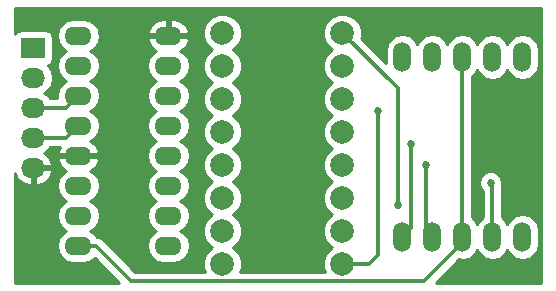
<source format=gbl>
G04 #@! TF.FileFunction,Copper,L2,Bot,Signal*
%FSLAX46Y46*%
G04 Gerber Fmt 4.6, Leading zero omitted, Abs format (unit mm)*
G04 Created by KiCad (PCBNEW (2015-11-17 BZR 6321)-product) date Tue 01 Dec 2015 04:11:32 PM PST*
%MOMM*%
G01*
G04 APERTURE LIST*
%ADD10C,0.100000*%
%ADD11R,2.032000X1.727200*%
%ADD12O,2.032000X1.727200*%
%ADD13C,1.998980*%
%ADD14O,1.524000X2.524000*%
%ADD15O,2.300000X1.600000*%
%ADD16C,0.685800*%
%ADD17C,0.330200*%
%ADD18C,0.254000*%
G04 APERTURE END LIST*
D10*
D11*
X155448000Y-117348000D03*
D12*
X155448000Y-119888000D03*
X155448000Y-122428000D03*
X155448000Y-124968000D03*
X155448000Y-127508000D03*
D13*
X181610000Y-135636000D03*
X171450000Y-135636000D03*
X181610000Y-132842000D03*
X171450000Y-132842000D03*
X181610000Y-130048000D03*
X171450000Y-130048000D03*
X181610000Y-127254000D03*
X171450000Y-127254000D03*
X181610000Y-124460000D03*
X171450000Y-124460000D03*
X181610000Y-121666000D03*
X171450000Y-121666000D03*
X181610000Y-118872000D03*
X171450000Y-118872000D03*
X181610000Y-116078000D03*
X171450000Y-116078000D03*
D14*
X186690000Y-133350000D03*
X189230000Y-133350000D03*
X191770000Y-133350000D03*
X194310000Y-133350000D03*
X196850000Y-133350000D03*
X196850000Y-118110000D03*
X194310000Y-118110000D03*
X191770000Y-118110000D03*
X189230000Y-118110000D03*
X186690000Y-118110000D03*
D15*
X166878000Y-134112000D03*
X166878000Y-131572000D03*
X166878000Y-129032000D03*
X166878000Y-126492000D03*
X166878000Y-123952000D03*
X166878000Y-121412000D03*
X166878000Y-118872000D03*
X166878000Y-116332000D03*
X159258000Y-116332000D03*
X159258000Y-118872000D03*
X159258000Y-121412000D03*
X159258000Y-123952000D03*
X159258000Y-126492000D03*
X159258000Y-129032000D03*
X159258000Y-131572000D03*
X159258000Y-134112000D03*
D16*
X184658000Y-122682000D03*
X194170200Y-128777980D03*
X188722000Y-127254000D03*
X187452000Y-125476000D03*
X186300271Y-130642881D03*
D17*
X191770000Y-133350000D02*
X191770000Y-118110000D01*
X159258000Y-134112000D02*
X160738200Y-134112000D01*
X160738200Y-134112000D02*
X163731591Y-137105391D01*
X163731591Y-137105391D02*
X188514609Y-137105391D01*
X188514609Y-137105391D02*
X191770000Y-133850000D01*
X191770000Y-133850000D02*
X191770000Y-133350000D01*
X155448000Y-122428000D02*
X158242000Y-122428000D01*
X158242000Y-122428000D02*
X159258000Y-121412000D01*
X155448000Y-124968000D02*
X158242000Y-124968000D01*
X158242000Y-124968000D02*
X159258000Y-123952000D01*
X184658000Y-122682000D02*
X184658000Y-134874000D01*
X184658000Y-134874000D02*
X183896000Y-135636000D01*
X183896000Y-135636000D02*
X181610000Y-135636000D01*
X194310000Y-133350000D02*
X194310000Y-128917780D01*
X194310000Y-128917780D02*
X194170200Y-128777980D01*
X188722000Y-127254000D02*
X188722000Y-132842000D01*
X188722000Y-132842000D02*
X189230000Y-133350000D01*
X187452000Y-125476000D02*
X187452000Y-132588000D01*
X187452000Y-132588000D02*
X186690000Y-133350000D01*
X186300271Y-120768271D02*
X186300271Y-130157948D01*
X181610000Y-116078000D02*
X186300271Y-120768271D01*
X186300271Y-130157948D02*
X186300271Y-130642881D01*
D18*
G36*
X198426000Y-137212000D02*
X189539512Y-137212000D01*
X191517561Y-135233951D01*
X191770000Y-135284164D01*
X192304609Y-135177824D01*
X192757828Y-134874992D01*
X193040000Y-134452693D01*
X193322172Y-134874992D01*
X193775391Y-135177824D01*
X194310000Y-135284164D01*
X194844609Y-135177824D01*
X195297828Y-134874992D01*
X195580000Y-134452693D01*
X195862172Y-134874992D01*
X196315391Y-135177824D01*
X196850000Y-135284164D01*
X197384609Y-135177824D01*
X197837828Y-134874992D01*
X198140660Y-134421773D01*
X198247000Y-133887164D01*
X198247000Y-132812836D01*
X198140660Y-132278227D01*
X197837828Y-131825008D01*
X197384609Y-131522176D01*
X196850000Y-131415836D01*
X196315391Y-131522176D01*
X195862172Y-131825008D01*
X195580000Y-132247307D01*
X195297828Y-131825008D01*
X195110100Y-131699572D01*
X195110100Y-129064455D01*
X195147930Y-128973350D01*
X195148269Y-128584317D01*
X194999707Y-128224768D01*
X194724859Y-127949440D01*
X194365570Y-127800250D01*
X193976537Y-127799911D01*
X193616988Y-127948473D01*
X193341660Y-128223321D01*
X193192470Y-128582610D01*
X193192131Y-128971643D01*
X193340693Y-129331192D01*
X193509900Y-129500695D01*
X193509900Y-131699572D01*
X193322172Y-131825008D01*
X193040000Y-132247307D01*
X192757828Y-131825008D01*
X192570100Y-131699572D01*
X192570100Y-119760428D01*
X192757828Y-119634992D01*
X193040000Y-119212693D01*
X193322172Y-119634992D01*
X193775391Y-119937824D01*
X194310000Y-120044164D01*
X194844609Y-119937824D01*
X195297828Y-119634992D01*
X195580000Y-119212693D01*
X195862172Y-119634992D01*
X196315391Y-119937824D01*
X196850000Y-120044164D01*
X197384609Y-119937824D01*
X197837828Y-119634992D01*
X198140660Y-119181773D01*
X198247000Y-118647164D01*
X198247000Y-117572836D01*
X198140660Y-117038227D01*
X197837828Y-116585008D01*
X197384609Y-116282176D01*
X196850000Y-116175836D01*
X196315391Y-116282176D01*
X195862172Y-116585008D01*
X195580000Y-117007307D01*
X195297828Y-116585008D01*
X194844609Y-116282176D01*
X194310000Y-116175836D01*
X193775391Y-116282176D01*
X193322172Y-116585008D01*
X193040000Y-117007307D01*
X192757828Y-116585008D01*
X192304609Y-116282176D01*
X191770000Y-116175836D01*
X191235391Y-116282176D01*
X190782172Y-116585008D01*
X190500000Y-117007307D01*
X190217828Y-116585008D01*
X189764609Y-116282176D01*
X189230000Y-116175836D01*
X188695391Y-116282176D01*
X188242172Y-116585008D01*
X187960000Y-117007307D01*
X187677828Y-116585008D01*
X187224609Y-116282176D01*
X186690000Y-116175836D01*
X186155391Y-116282176D01*
X185702172Y-116585008D01*
X185399340Y-117038227D01*
X185293000Y-117572836D01*
X185293000Y-118629488D01*
X183192524Y-116529012D01*
X183244206Y-116404547D01*
X183244774Y-115754306D01*
X182996462Y-115153345D01*
X182537073Y-114693154D01*
X181936547Y-114443794D01*
X181286306Y-114443226D01*
X180685345Y-114691538D01*
X180225154Y-115150927D01*
X179975794Y-115751453D01*
X179975226Y-116401694D01*
X180223538Y-117002655D01*
X180682927Y-117462846D01*
X180711525Y-117474721D01*
X180685345Y-117485538D01*
X180225154Y-117944927D01*
X179975794Y-118545453D01*
X179975226Y-119195694D01*
X180223538Y-119796655D01*
X180682927Y-120256846D01*
X180711525Y-120268721D01*
X180685345Y-120279538D01*
X180225154Y-120738927D01*
X179975794Y-121339453D01*
X179975226Y-121989694D01*
X180223538Y-122590655D01*
X180682927Y-123050846D01*
X180711525Y-123062721D01*
X180685345Y-123073538D01*
X180225154Y-123532927D01*
X179975794Y-124133453D01*
X179975226Y-124783694D01*
X180223538Y-125384655D01*
X180682927Y-125844846D01*
X180711525Y-125856721D01*
X180685345Y-125867538D01*
X180225154Y-126326927D01*
X179975794Y-126927453D01*
X179975226Y-127577694D01*
X180223538Y-128178655D01*
X180682927Y-128638846D01*
X180711525Y-128650721D01*
X180685345Y-128661538D01*
X180225154Y-129120927D01*
X179975794Y-129721453D01*
X179975226Y-130371694D01*
X180223538Y-130972655D01*
X180682927Y-131432846D01*
X180711525Y-131444721D01*
X180685345Y-131455538D01*
X180225154Y-131914927D01*
X179975794Y-132515453D01*
X179975226Y-133165694D01*
X180223538Y-133766655D01*
X180682927Y-134226846D01*
X180711525Y-134238721D01*
X180685345Y-134249538D01*
X180225154Y-134708927D01*
X179975794Y-135309453D01*
X179975226Y-135959694D01*
X180118024Y-136305291D01*
X172941886Y-136305291D01*
X173084206Y-135962547D01*
X173084774Y-135312306D01*
X172836462Y-134711345D01*
X172377073Y-134251154D01*
X172348475Y-134239279D01*
X172374655Y-134228462D01*
X172834846Y-133769073D01*
X173084206Y-133168547D01*
X173084774Y-132518306D01*
X172836462Y-131917345D01*
X172377073Y-131457154D01*
X172348475Y-131445279D01*
X172374655Y-131434462D01*
X172834846Y-130975073D01*
X173084206Y-130374547D01*
X173084774Y-129724306D01*
X172836462Y-129123345D01*
X172377073Y-128663154D01*
X172348475Y-128651279D01*
X172374655Y-128640462D01*
X172834846Y-128181073D01*
X173084206Y-127580547D01*
X173084774Y-126930306D01*
X172836462Y-126329345D01*
X172377073Y-125869154D01*
X172348475Y-125857279D01*
X172374655Y-125846462D01*
X172834846Y-125387073D01*
X173084206Y-124786547D01*
X173084774Y-124136306D01*
X172836462Y-123535345D01*
X172377073Y-123075154D01*
X172348475Y-123063279D01*
X172374655Y-123052462D01*
X172834846Y-122593073D01*
X173084206Y-121992547D01*
X173084774Y-121342306D01*
X172836462Y-120741345D01*
X172377073Y-120281154D01*
X172348475Y-120269279D01*
X172374655Y-120258462D01*
X172834846Y-119799073D01*
X173084206Y-119198547D01*
X173084774Y-118548306D01*
X172836462Y-117947345D01*
X172377073Y-117487154D01*
X172348475Y-117475279D01*
X172374655Y-117464462D01*
X172834846Y-117005073D01*
X173084206Y-116404547D01*
X173084774Y-115754306D01*
X172836462Y-115153345D01*
X172377073Y-114693154D01*
X171776547Y-114443794D01*
X171126306Y-114443226D01*
X170525345Y-114691538D01*
X170065154Y-115150927D01*
X169815794Y-115751453D01*
X169815226Y-116401694D01*
X170063538Y-117002655D01*
X170522927Y-117462846D01*
X170551525Y-117474721D01*
X170525345Y-117485538D01*
X170065154Y-117944927D01*
X169815794Y-118545453D01*
X169815226Y-119195694D01*
X170063538Y-119796655D01*
X170522927Y-120256846D01*
X170551525Y-120268721D01*
X170525345Y-120279538D01*
X170065154Y-120738927D01*
X169815794Y-121339453D01*
X169815226Y-121989694D01*
X170063538Y-122590655D01*
X170522927Y-123050846D01*
X170551525Y-123062721D01*
X170525345Y-123073538D01*
X170065154Y-123532927D01*
X169815794Y-124133453D01*
X169815226Y-124783694D01*
X170063538Y-125384655D01*
X170522927Y-125844846D01*
X170551525Y-125856721D01*
X170525345Y-125867538D01*
X170065154Y-126326927D01*
X169815794Y-126927453D01*
X169815226Y-127577694D01*
X170063538Y-128178655D01*
X170522927Y-128638846D01*
X170551525Y-128650721D01*
X170525345Y-128661538D01*
X170065154Y-129120927D01*
X169815794Y-129721453D01*
X169815226Y-130371694D01*
X170063538Y-130972655D01*
X170522927Y-131432846D01*
X170551525Y-131444721D01*
X170525345Y-131455538D01*
X170065154Y-131914927D01*
X169815794Y-132515453D01*
X169815226Y-133165694D01*
X170063538Y-133766655D01*
X170522927Y-134226846D01*
X170551525Y-134238721D01*
X170525345Y-134249538D01*
X170065154Y-134708927D01*
X169815794Y-135309453D01*
X169815226Y-135959694D01*
X169958024Y-136305291D01*
X164063003Y-136305291D01*
X161303956Y-133546244D01*
X161044385Y-133372804D01*
X160810693Y-133326320D01*
X160657668Y-133097302D01*
X160275582Y-132842000D01*
X160657668Y-132586698D01*
X160968737Y-132121151D01*
X161077970Y-131572000D01*
X160968737Y-131022849D01*
X160657668Y-130557302D01*
X160275582Y-130302000D01*
X160657668Y-130046698D01*
X160968737Y-129581151D01*
X161077970Y-129032000D01*
X160968737Y-128482849D01*
X160657668Y-128017302D01*
X160279849Y-127764851D01*
X160712500Y-127416896D01*
X160982367Y-126923819D01*
X160999904Y-126841039D01*
X160877915Y-126619000D01*
X159385000Y-126619000D01*
X159385000Y-126639000D01*
X159131000Y-126639000D01*
X159131000Y-126619000D01*
X157638085Y-126619000D01*
X157516096Y-126841039D01*
X157533633Y-126923819D01*
X157803500Y-127416896D01*
X158236151Y-127764851D01*
X157858332Y-128017302D01*
X157547263Y-128482849D01*
X157438030Y-129032000D01*
X157547263Y-129581151D01*
X157858332Y-130046698D01*
X158240418Y-130302000D01*
X157858332Y-130557302D01*
X157547263Y-131022849D01*
X157438030Y-131572000D01*
X157547263Y-132121151D01*
X157858332Y-132586698D01*
X158240418Y-132842000D01*
X157858332Y-133097302D01*
X157547263Y-133562849D01*
X157438030Y-134112000D01*
X157547263Y-134661151D01*
X157858332Y-135126698D01*
X158323879Y-135437767D01*
X158873030Y-135547000D01*
X159642970Y-135547000D01*
X160192121Y-135437767D01*
X160635919Y-135141231D01*
X162706688Y-137212000D01*
X153872000Y-137212000D01*
X153872000Y-127942390D01*
X154097268Y-128410036D01*
X154533680Y-128799954D01*
X155086087Y-128993184D01*
X155321000Y-128848924D01*
X155321000Y-127635000D01*
X155575000Y-127635000D01*
X155575000Y-128848924D01*
X155809913Y-128993184D01*
X156362320Y-128799954D01*
X156798732Y-128410036D01*
X157052709Y-127882791D01*
X157055358Y-127867026D01*
X156934217Y-127635000D01*
X155575000Y-127635000D01*
X155321000Y-127635000D01*
X155301000Y-127635000D01*
X155301000Y-127381000D01*
X155321000Y-127381000D01*
X155321000Y-127361000D01*
X155575000Y-127361000D01*
X155575000Y-127381000D01*
X156934217Y-127381000D01*
X157055358Y-127148974D01*
X157052709Y-127133209D01*
X156798732Y-126605964D01*
X156382931Y-126234461D01*
X156692415Y-126027670D01*
X156865854Y-125768100D01*
X157693492Y-125768100D01*
X157533633Y-126060181D01*
X157516096Y-126142961D01*
X157638085Y-126365000D01*
X159131000Y-126365000D01*
X159131000Y-126345000D01*
X159385000Y-126345000D01*
X159385000Y-126365000D01*
X160877915Y-126365000D01*
X160999904Y-126142961D01*
X160982367Y-126060181D01*
X160712500Y-125567104D01*
X160279849Y-125219149D01*
X160657668Y-124966698D01*
X160968737Y-124501151D01*
X161077970Y-123952000D01*
X160968737Y-123402849D01*
X160657668Y-122937302D01*
X160275582Y-122682000D01*
X160657668Y-122426698D01*
X160968737Y-121961151D01*
X161077970Y-121412000D01*
X160968737Y-120862849D01*
X160657668Y-120397302D01*
X160275582Y-120142000D01*
X160657668Y-119886698D01*
X160968737Y-119421151D01*
X161077970Y-118872000D01*
X165058030Y-118872000D01*
X165167263Y-119421151D01*
X165478332Y-119886698D01*
X165860418Y-120142000D01*
X165478332Y-120397302D01*
X165167263Y-120862849D01*
X165058030Y-121412000D01*
X165167263Y-121961151D01*
X165478332Y-122426698D01*
X165860418Y-122682000D01*
X165478332Y-122937302D01*
X165167263Y-123402849D01*
X165058030Y-123952000D01*
X165167263Y-124501151D01*
X165478332Y-124966698D01*
X165860418Y-125222000D01*
X165478332Y-125477302D01*
X165167263Y-125942849D01*
X165058030Y-126492000D01*
X165167263Y-127041151D01*
X165478332Y-127506698D01*
X165860418Y-127762000D01*
X165478332Y-128017302D01*
X165167263Y-128482849D01*
X165058030Y-129032000D01*
X165167263Y-129581151D01*
X165478332Y-130046698D01*
X165860418Y-130302000D01*
X165478332Y-130557302D01*
X165167263Y-131022849D01*
X165058030Y-131572000D01*
X165167263Y-132121151D01*
X165478332Y-132586698D01*
X165860418Y-132842000D01*
X165478332Y-133097302D01*
X165167263Y-133562849D01*
X165058030Y-134112000D01*
X165167263Y-134661151D01*
X165478332Y-135126698D01*
X165943879Y-135437767D01*
X166493030Y-135547000D01*
X167262970Y-135547000D01*
X167812121Y-135437767D01*
X168277668Y-135126698D01*
X168588737Y-134661151D01*
X168697970Y-134112000D01*
X168588737Y-133562849D01*
X168277668Y-133097302D01*
X167895582Y-132842000D01*
X168277668Y-132586698D01*
X168588737Y-132121151D01*
X168697970Y-131572000D01*
X168588737Y-131022849D01*
X168277668Y-130557302D01*
X167895582Y-130302000D01*
X168277668Y-130046698D01*
X168588737Y-129581151D01*
X168697970Y-129032000D01*
X168588737Y-128482849D01*
X168277668Y-128017302D01*
X167895582Y-127762000D01*
X168277668Y-127506698D01*
X168588737Y-127041151D01*
X168697970Y-126492000D01*
X168588737Y-125942849D01*
X168277668Y-125477302D01*
X167895582Y-125222000D01*
X168277668Y-124966698D01*
X168588737Y-124501151D01*
X168697970Y-123952000D01*
X168588737Y-123402849D01*
X168277668Y-122937302D01*
X167895582Y-122682000D01*
X168277668Y-122426698D01*
X168588737Y-121961151D01*
X168697970Y-121412000D01*
X168588737Y-120862849D01*
X168277668Y-120397302D01*
X167895582Y-120142000D01*
X168277668Y-119886698D01*
X168588737Y-119421151D01*
X168697970Y-118872000D01*
X168588737Y-118322849D01*
X168277668Y-117857302D01*
X167899849Y-117604851D01*
X168332500Y-117256896D01*
X168602367Y-116763819D01*
X168619904Y-116681039D01*
X168497915Y-116459000D01*
X167005000Y-116459000D01*
X167005000Y-116479000D01*
X166751000Y-116479000D01*
X166751000Y-116459000D01*
X165258085Y-116459000D01*
X165136096Y-116681039D01*
X165153633Y-116763819D01*
X165423500Y-117256896D01*
X165856151Y-117604851D01*
X165478332Y-117857302D01*
X165167263Y-118322849D01*
X165058030Y-118872000D01*
X161077970Y-118872000D01*
X160968737Y-118322849D01*
X160657668Y-117857302D01*
X160275582Y-117602000D01*
X160657668Y-117346698D01*
X160968737Y-116881151D01*
X161077970Y-116332000D01*
X161008542Y-115982961D01*
X165136096Y-115982961D01*
X165258085Y-116205000D01*
X166751000Y-116205000D01*
X166751000Y-114897000D01*
X167005000Y-114897000D01*
X167005000Y-116205000D01*
X168497915Y-116205000D01*
X168619904Y-115982961D01*
X168602367Y-115900181D01*
X168332500Y-115407104D01*
X167894483Y-115054834D01*
X167355000Y-114897000D01*
X167005000Y-114897000D01*
X166751000Y-114897000D01*
X166401000Y-114897000D01*
X165861517Y-115054834D01*
X165423500Y-115407104D01*
X165153633Y-115900181D01*
X165136096Y-115982961D01*
X161008542Y-115982961D01*
X160968737Y-115782849D01*
X160657668Y-115317302D01*
X160192121Y-115006233D01*
X159642970Y-114897000D01*
X158873030Y-114897000D01*
X158323879Y-115006233D01*
X157858332Y-115317302D01*
X157547263Y-115782849D01*
X157438030Y-116332000D01*
X157547263Y-116881151D01*
X157858332Y-117346698D01*
X158240418Y-117602000D01*
X157858332Y-117857302D01*
X157547263Y-118322849D01*
X157438030Y-118872000D01*
X157547263Y-119421151D01*
X157858332Y-119886698D01*
X158240418Y-120142000D01*
X157858332Y-120397302D01*
X157547263Y-120862849D01*
X157438030Y-121412000D01*
X157480975Y-121627900D01*
X156865854Y-121627900D01*
X156692415Y-121368330D01*
X156377634Y-121158000D01*
X156692415Y-120947670D01*
X157017271Y-120461489D01*
X157131345Y-119888000D01*
X157017271Y-119314511D01*
X156692415Y-118828330D01*
X156678087Y-118818757D01*
X156699317Y-118814762D01*
X156915441Y-118675690D01*
X157060431Y-118463490D01*
X157111440Y-118211600D01*
X157111440Y-116484400D01*
X157067162Y-116249083D01*
X156928090Y-116032959D01*
X156715890Y-115887969D01*
X156464000Y-115836960D01*
X154432000Y-115836960D01*
X154196683Y-115881238D01*
X153980559Y-116020310D01*
X153872000Y-116179191D01*
X153872000Y-113994000D01*
X198426000Y-113994000D01*
X198426000Y-137212000D01*
X198426000Y-137212000D01*
G37*
X198426000Y-137212000D02*
X189539512Y-137212000D01*
X191517561Y-135233951D01*
X191770000Y-135284164D01*
X192304609Y-135177824D01*
X192757828Y-134874992D01*
X193040000Y-134452693D01*
X193322172Y-134874992D01*
X193775391Y-135177824D01*
X194310000Y-135284164D01*
X194844609Y-135177824D01*
X195297828Y-134874992D01*
X195580000Y-134452693D01*
X195862172Y-134874992D01*
X196315391Y-135177824D01*
X196850000Y-135284164D01*
X197384609Y-135177824D01*
X197837828Y-134874992D01*
X198140660Y-134421773D01*
X198247000Y-133887164D01*
X198247000Y-132812836D01*
X198140660Y-132278227D01*
X197837828Y-131825008D01*
X197384609Y-131522176D01*
X196850000Y-131415836D01*
X196315391Y-131522176D01*
X195862172Y-131825008D01*
X195580000Y-132247307D01*
X195297828Y-131825008D01*
X195110100Y-131699572D01*
X195110100Y-129064455D01*
X195147930Y-128973350D01*
X195148269Y-128584317D01*
X194999707Y-128224768D01*
X194724859Y-127949440D01*
X194365570Y-127800250D01*
X193976537Y-127799911D01*
X193616988Y-127948473D01*
X193341660Y-128223321D01*
X193192470Y-128582610D01*
X193192131Y-128971643D01*
X193340693Y-129331192D01*
X193509900Y-129500695D01*
X193509900Y-131699572D01*
X193322172Y-131825008D01*
X193040000Y-132247307D01*
X192757828Y-131825008D01*
X192570100Y-131699572D01*
X192570100Y-119760428D01*
X192757828Y-119634992D01*
X193040000Y-119212693D01*
X193322172Y-119634992D01*
X193775391Y-119937824D01*
X194310000Y-120044164D01*
X194844609Y-119937824D01*
X195297828Y-119634992D01*
X195580000Y-119212693D01*
X195862172Y-119634992D01*
X196315391Y-119937824D01*
X196850000Y-120044164D01*
X197384609Y-119937824D01*
X197837828Y-119634992D01*
X198140660Y-119181773D01*
X198247000Y-118647164D01*
X198247000Y-117572836D01*
X198140660Y-117038227D01*
X197837828Y-116585008D01*
X197384609Y-116282176D01*
X196850000Y-116175836D01*
X196315391Y-116282176D01*
X195862172Y-116585008D01*
X195580000Y-117007307D01*
X195297828Y-116585008D01*
X194844609Y-116282176D01*
X194310000Y-116175836D01*
X193775391Y-116282176D01*
X193322172Y-116585008D01*
X193040000Y-117007307D01*
X192757828Y-116585008D01*
X192304609Y-116282176D01*
X191770000Y-116175836D01*
X191235391Y-116282176D01*
X190782172Y-116585008D01*
X190500000Y-117007307D01*
X190217828Y-116585008D01*
X189764609Y-116282176D01*
X189230000Y-116175836D01*
X188695391Y-116282176D01*
X188242172Y-116585008D01*
X187960000Y-117007307D01*
X187677828Y-116585008D01*
X187224609Y-116282176D01*
X186690000Y-116175836D01*
X186155391Y-116282176D01*
X185702172Y-116585008D01*
X185399340Y-117038227D01*
X185293000Y-117572836D01*
X185293000Y-118629488D01*
X183192524Y-116529012D01*
X183244206Y-116404547D01*
X183244774Y-115754306D01*
X182996462Y-115153345D01*
X182537073Y-114693154D01*
X181936547Y-114443794D01*
X181286306Y-114443226D01*
X180685345Y-114691538D01*
X180225154Y-115150927D01*
X179975794Y-115751453D01*
X179975226Y-116401694D01*
X180223538Y-117002655D01*
X180682927Y-117462846D01*
X180711525Y-117474721D01*
X180685345Y-117485538D01*
X180225154Y-117944927D01*
X179975794Y-118545453D01*
X179975226Y-119195694D01*
X180223538Y-119796655D01*
X180682927Y-120256846D01*
X180711525Y-120268721D01*
X180685345Y-120279538D01*
X180225154Y-120738927D01*
X179975794Y-121339453D01*
X179975226Y-121989694D01*
X180223538Y-122590655D01*
X180682927Y-123050846D01*
X180711525Y-123062721D01*
X180685345Y-123073538D01*
X180225154Y-123532927D01*
X179975794Y-124133453D01*
X179975226Y-124783694D01*
X180223538Y-125384655D01*
X180682927Y-125844846D01*
X180711525Y-125856721D01*
X180685345Y-125867538D01*
X180225154Y-126326927D01*
X179975794Y-126927453D01*
X179975226Y-127577694D01*
X180223538Y-128178655D01*
X180682927Y-128638846D01*
X180711525Y-128650721D01*
X180685345Y-128661538D01*
X180225154Y-129120927D01*
X179975794Y-129721453D01*
X179975226Y-130371694D01*
X180223538Y-130972655D01*
X180682927Y-131432846D01*
X180711525Y-131444721D01*
X180685345Y-131455538D01*
X180225154Y-131914927D01*
X179975794Y-132515453D01*
X179975226Y-133165694D01*
X180223538Y-133766655D01*
X180682927Y-134226846D01*
X180711525Y-134238721D01*
X180685345Y-134249538D01*
X180225154Y-134708927D01*
X179975794Y-135309453D01*
X179975226Y-135959694D01*
X180118024Y-136305291D01*
X172941886Y-136305291D01*
X173084206Y-135962547D01*
X173084774Y-135312306D01*
X172836462Y-134711345D01*
X172377073Y-134251154D01*
X172348475Y-134239279D01*
X172374655Y-134228462D01*
X172834846Y-133769073D01*
X173084206Y-133168547D01*
X173084774Y-132518306D01*
X172836462Y-131917345D01*
X172377073Y-131457154D01*
X172348475Y-131445279D01*
X172374655Y-131434462D01*
X172834846Y-130975073D01*
X173084206Y-130374547D01*
X173084774Y-129724306D01*
X172836462Y-129123345D01*
X172377073Y-128663154D01*
X172348475Y-128651279D01*
X172374655Y-128640462D01*
X172834846Y-128181073D01*
X173084206Y-127580547D01*
X173084774Y-126930306D01*
X172836462Y-126329345D01*
X172377073Y-125869154D01*
X172348475Y-125857279D01*
X172374655Y-125846462D01*
X172834846Y-125387073D01*
X173084206Y-124786547D01*
X173084774Y-124136306D01*
X172836462Y-123535345D01*
X172377073Y-123075154D01*
X172348475Y-123063279D01*
X172374655Y-123052462D01*
X172834846Y-122593073D01*
X173084206Y-121992547D01*
X173084774Y-121342306D01*
X172836462Y-120741345D01*
X172377073Y-120281154D01*
X172348475Y-120269279D01*
X172374655Y-120258462D01*
X172834846Y-119799073D01*
X173084206Y-119198547D01*
X173084774Y-118548306D01*
X172836462Y-117947345D01*
X172377073Y-117487154D01*
X172348475Y-117475279D01*
X172374655Y-117464462D01*
X172834846Y-117005073D01*
X173084206Y-116404547D01*
X173084774Y-115754306D01*
X172836462Y-115153345D01*
X172377073Y-114693154D01*
X171776547Y-114443794D01*
X171126306Y-114443226D01*
X170525345Y-114691538D01*
X170065154Y-115150927D01*
X169815794Y-115751453D01*
X169815226Y-116401694D01*
X170063538Y-117002655D01*
X170522927Y-117462846D01*
X170551525Y-117474721D01*
X170525345Y-117485538D01*
X170065154Y-117944927D01*
X169815794Y-118545453D01*
X169815226Y-119195694D01*
X170063538Y-119796655D01*
X170522927Y-120256846D01*
X170551525Y-120268721D01*
X170525345Y-120279538D01*
X170065154Y-120738927D01*
X169815794Y-121339453D01*
X169815226Y-121989694D01*
X170063538Y-122590655D01*
X170522927Y-123050846D01*
X170551525Y-123062721D01*
X170525345Y-123073538D01*
X170065154Y-123532927D01*
X169815794Y-124133453D01*
X169815226Y-124783694D01*
X170063538Y-125384655D01*
X170522927Y-125844846D01*
X170551525Y-125856721D01*
X170525345Y-125867538D01*
X170065154Y-126326927D01*
X169815794Y-126927453D01*
X169815226Y-127577694D01*
X170063538Y-128178655D01*
X170522927Y-128638846D01*
X170551525Y-128650721D01*
X170525345Y-128661538D01*
X170065154Y-129120927D01*
X169815794Y-129721453D01*
X169815226Y-130371694D01*
X170063538Y-130972655D01*
X170522927Y-131432846D01*
X170551525Y-131444721D01*
X170525345Y-131455538D01*
X170065154Y-131914927D01*
X169815794Y-132515453D01*
X169815226Y-133165694D01*
X170063538Y-133766655D01*
X170522927Y-134226846D01*
X170551525Y-134238721D01*
X170525345Y-134249538D01*
X170065154Y-134708927D01*
X169815794Y-135309453D01*
X169815226Y-135959694D01*
X169958024Y-136305291D01*
X164063003Y-136305291D01*
X161303956Y-133546244D01*
X161044385Y-133372804D01*
X160810693Y-133326320D01*
X160657668Y-133097302D01*
X160275582Y-132842000D01*
X160657668Y-132586698D01*
X160968737Y-132121151D01*
X161077970Y-131572000D01*
X160968737Y-131022849D01*
X160657668Y-130557302D01*
X160275582Y-130302000D01*
X160657668Y-130046698D01*
X160968737Y-129581151D01*
X161077970Y-129032000D01*
X160968737Y-128482849D01*
X160657668Y-128017302D01*
X160279849Y-127764851D01*
X160712500Y-127416896D01*
X160982367Y-126923819D01*
X160999904Y-126841039D01*
X160877915Y-126619000D01*
X159385000Y-126619000D01*
X159385000Y-126639000D01*
X159131000Y-126639000D01*
X159131000Y-126619000D01*
X157638085Y-126619000D01*
X157516096Y-126841039D01*
X157533633Y-126923819D01*
X157803500Y-127416896D01*
X158236151Y-127764851D01*
X157858332Y-128017302D01*
X157547263Y-128482849D01*
X157438030Y-129032000D01*
X157547263Y-129581151D01*
X157858332Y-130046698D01*
X158240418Y-130302000D01*
X157858332Y-130557302D01*
X157547263Y-131022849D01*
X157438030Y-131572000D01*
X157547263Y-132121151D01*
X157858332Y-132586698D01*
X158240418Y-132842000D01*
X157858332Y-133097302D01*
X157547263Y-133562849D01*
X157438030Y-134112000D01*
X157547263Y-134661151D01*
X157858332Y-135126698D01*
X158323879Y-135437767D01*
X158873030Y-135547000D01*
X159642970Y-135547000D01*
X160192121Y-135437767D01*
X160635919Y-135141231D01*
X162706688Y-137212000D01*
X153872000Y-137212000D01*
X153872000Y-127942390D01*
X154097268Y-128410036D01*
X154533680Y-128799954D01*
X155086087Y-128993184D01*
X155321000Y-128848924D01*
X155321000Y-127635000D01*
X155575000Y-127635000D01*
X155575000Y-128848924D01*
X155809913Y-128993184D01*
X156362320Y-128799954D01*
X156798732Y-128410036D01*
X157052709Y-127882791D01*
X157055358Y-127867026D01*
X156934217Y-127635000D01*
X155575000Y-127635000D01*
X155321000Y-127635000D01*
X155301000Y-127635000D01*
X155301000Y-127381000D01*
X155321000Y-127381000D01*
X155321000Y-127361000D01*
X155575000Y-127361000D01*
X155575000Y-127381000D01*
X156934217Y-127381000D01*
X157055358Y-127148974D01*
X157052709Y-127133209D01*
X156798732Y-126605964D01*
X156382931Y-126234461D01*
X156692415Y-126027670D01*
X156865854Y-125768100D01*
X157693492Y-125768100D01*
X157533633Y-126060181D01*
X157516096Y-126142961D01*
X157638085Y-126365000D01*
X159131000Y-126365000D01*
X159131000Y-126345000D01*
X159385000Y-126345000D01*
X159385000Y-126365000D01*
X160877915Y-126365000D01*
X160999904Y-126142961D01*
X160982367Y-126060181D01*
X160712500Y-125567104D01*
X160279849Y-125219149D01*
X160657668Y-124966698D01*
X160968737Y-124501151D01*
X161077970Y-123952000D01*
X160968737Y-123402849D01*
X160657668Y-122937302D01*
X160275582Y-122682000D01*
X160657668Y-122426698D01*
X160968737Y-121961151D01*
X161077970Y-121412000D01*
X160968737Y-120862849D01*
X160657668Y-120397302D01*
X160275582Y-120142000D01*
X160657668Y-119886698D01*
X160968737Y-119421151D01*
X161077970Y-118872000D01*
X165058030Y-118872000D01*
X165167263Y-119421151D01*
X165478332Y-119886698D01*
X165860418Y-120142000D01*
X165478332Y-120397302D01*
X165167263Y-120862849D01*
X165058030Y-121412000D01*
X165167263Y-121961151D01*
X165478332Y-122426698D01*
X165860418Y-122682000D01*
X165478332Y-122937302D01*
X165167263Y-123402849D01*
X165058030Y-123952000D01*
X165167263Y-124501151D01*
X165478332Y-124966698D01*
X165860418Y-125222000D01*
X165478332Y-125477302D01*
X165167263Y-125942849D01*
X165058030Y-126492000D01*
X165167263Y-127041151D01*
X165478332Y-127506698D01*
X165860418Y-127762000D01*
X165478332Y-128017302D01*
X165167263Y-128482849D01*
X165058030Y-129032000D01*
X165167263Y-129581151D01*
X165478332Y-130046698D01*
X165860418Y-130302000D01*
X165478332Y-130557302D01*
X165167263Y-131022849D01*
X165058030Y-131572000D01*
X165167263Y-132121151D01*
X165478332Y-132586698D01*
X165860418Y-132842000D01*
X165478332Y-133097302D01*
X165167263Y-133562849D01*
X165058030Y-134112000D01*
X165167263Y-134661151D01*
X165478332Y-135126698D01*
X165943879Y-135437767D01*
X166493030Y-135547000D01*
X167262970Y-135547000D01*
X167812121Y-135437767D01*
X168277668Y-135126698D01*
X168588737Y-134661151D01*
X168697970Y-134112000D01*
X168588737Y-133562849D01*
X168277668Y-133097302D01*
X167895582Y-132842000D01*
X168277668Y-132586698D01*
X168588737Y-132121151D01*
X168697970Y-131572000D01*
X168588737Y-131022849D01*
X168277668Y-130557302D01*
X167895582Y-130302000D01*
X168277668Y-130046698D01*
X168588737Y-129581151D01*
X168697970Y-129032000D01*
X168588737Y-128482849D01*
X168277668Y-128017302D01*
X167895582Y-127762000D01*
X168277668Y-127506698D01*
X168588737Y-127041151D01*
X168697970Y-126492000D01*
X168588737Y-125942849D01*
X168277668Y-125477302D01*
X167895582Y-125222000D01*
X168277668Y-124966698D01*
X168588737Y-124501151D01*
X168697970Y-123952000D01*
X168588737Y-123402849D01*
X168277668Y-122937302D01*
X167895582Y-122682000D01*
X168277668Y-122426698D01*
X168588737Y-121961151D01*
X168697970Y-121412000D01*
X168588737Y-120862849D01*
X168277668Y-120397302D01*
X167895582Y-120142000D01*
X168277668Y-119886698D01*
X168588737Y-119421151D01*
X168697970Y-118872000D01*
X168588737Y-118322849D01*
X168277668Y-117857302D01*
X167899849Y-117604851D01*
X168332500Y-117256896D01*
X168602367Y-116763819D01*
X168619904Y-116681039D01*
X168497915Y-116459000D01*
X167005000Y-116459000D01*
X167005000Y-116479000D01*
X166751000Y-116479000D01*
X166751000Y-116459000D01*
X165258085Y-116459000D01*
X165136096Y-116681039D01*
X165153633Y-116763819D01*
X165423500Y-117256896D01*
X165856151Y-117604851D01*
X165478332Y-117857302D01*
X165167263Y-118322849D01*
X165058030Y-118872000D01*
X161077970Y-118872000D01*
X160968737Y-118322849D01*
X160657668Y-117857302D01*
X160275582Y-117602000D01*
X160657668Y-117346698D01*
X160968737Y-116881151D01*
X161077970Y-116332000D01*
X161008542Y-115982961D01*
X165136096Y-115982961D01*
X165258085Y-116205000D01*
X166751000Y-116205000D01*
X166751000Y-114897000D01*
X167005000Y-114897000D01*
X167005000Y-116205000D01*
X168497915Y-116205000D01*
X168619904Y-115982961D01*
X168602367Y-115900181D01*
X168332500Y-115407104D01*
X167894483Y-115054834D01*
X167355000Y-114897000D01*
X167005000Y-114897000D01*
X166751000Y-114897000D01*
X166401000Y-114897000D01*
X165861517Y-115054834D01*
X165423500Y-115407104D01*
X165153633Y-115900181D01*
X165136096Y-115982961D01*
X161008542Y-115982961D01*
X160968737Y-115782849D01*
X160657668Y-115317302D01*
X160192121Y-115006233D01*
X159642970Y-114897000D01*
X158873030Y-114897000D01*
X158323879Y-115006233D01*
X157858332Y-115317302D01*
X157547263Y-115782849D01*
X157438030Y-116332000D01*
X157547263Y-116881151D01*
X157858332Y-117346698D01*
X158240418Y-117602000D01*
X157858332Y-117857302D01*
X157547263Y-118322849D01*
X157438030Y-118872000D01*
X157547263Y-119421151D01*
X157858332Y-119886698D01*
X158240418Y-120142000D01*
X157858332Y-120397302D01*
X157547263Y-120862849D01*
X157438030Y-121412000D01*
X157480975Y-121627900D01*
X156865854Y-121627900D01*
X156692415Y-121368330D01*
X156377634Y-121158000D01*
X156692415Y-120947670D01*
X157017271Y-120461489D01*
X157131345Y-119888000D01*
X157017271Y-119314511D01*
X156692415Y-118828330D01*
X156678087Y-118818757D01*
X156699317Y-118814762D01*
X156915441Y-118675690D01*
X157060431Y-118463490D01*
X157111440Y-118211600D01*
X157111440Y-116484400D01*
X157067162Y-116249083D01*
X156928090Y-116032959D01*
X156715890Y-115887969D01*
X156464000Y-115836960D01*
X154432000Y-115836960D01*
X154196683Y-115881238D01*
X153980559Y-116020310D01*
X153872000Y-116179191D01*
X153872000Y-113994000D01*
X198426000Y-113994000D01*
X198426000Y-137212000D01*
M02*

</source>
